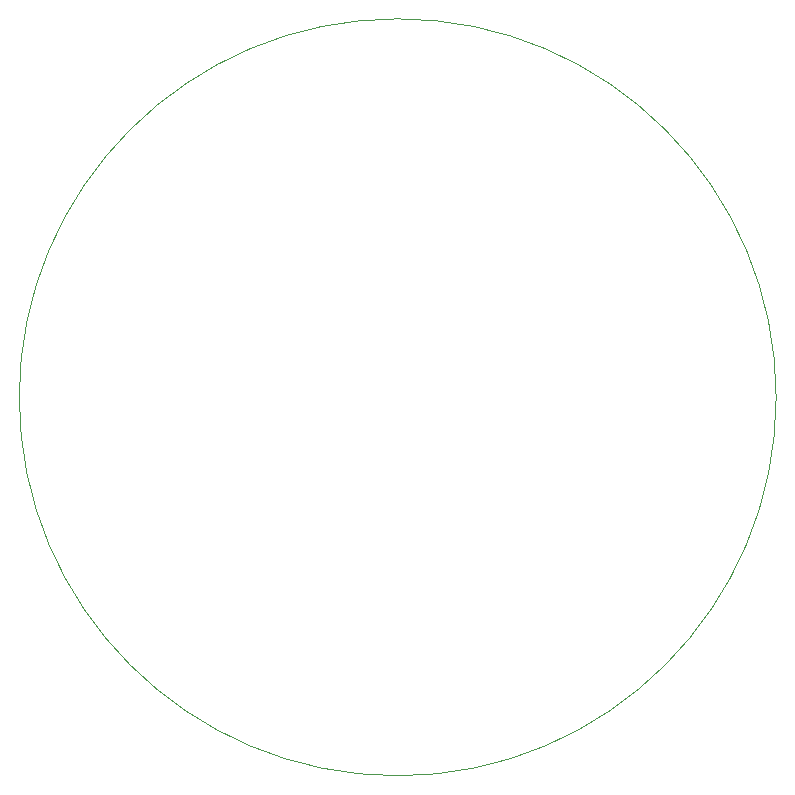
<source format=gbr>
%TF.GenerationSoftware,KiCad,Pcbnew,8.0.4*%
%TF.CreationDate,2024-08-09T17:24:52-06:00*%
%TF.ProjectId,ePotencia,65506f74-656e-4636-9961-2e6b69636164,rev?*%
%TF.SameCoordinates,Original*%
%TF.FileFunction,Profile,NP*%
%FSLAX46Y46*%
G04 Gerber Fmt 4.6, Leading zero omitted, Abs format (unit mm)*
G04 Created by KiCad (PCBNEW 8.0.4) date 2024-08-09 17:24:52*
%MOMM*%
%LPD*%
G01*
G04 APERTURE LIST*
%TA.AperFunction,Profile*%
%ADD10C,0.050000*%
%TD*%
G04 APERTURE END LIST*
D10*
X174543174Y-101725000D02*
G75*
G02*
X110456826Y-101725000I-32043174J0D01*
G01*
X110456826Y-101725000D02*
G75*
G02*
X174543174Y-101725000I32043174J0D01*
G01*
M02*

</source>
